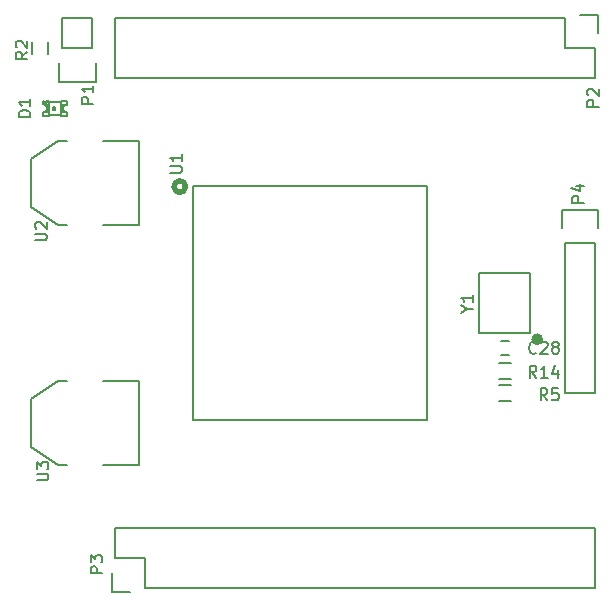
<source format=gbr>
G04 #@! TF.FileFunction,Legend,Top*
%FSLAX46Y46*%
G04 Gerber Fmt 4.6, Leading zero omitted, Abs format (unit mm)*
G04 Created by KiCad (PCBNEW (2015-05-28 BZR 5689)-product) date Wed Jul 29 02:52:55 2015*
%MOMM*%
G01*
G04 APERTURE LIST*
%ADD10C,0.100000*%
%ADD11C,0.150000*%
%ADD12C,0.500000*%
G04 APERTURE END LIST*
D10*
D11*
X228950000Y-61560000D02*
X228250000Y-61560000D01*
X228250000Y-60360000D02*
X228950000Y-60360000D01*
X190002160Y-40939720D02*
X190002160Y-41264840D01*
X190002160Y-41264840D02*
X189501780Y-41264840D01*
X189501780Y-40939720D02*
X189501780Y-41264840D01*
X190002160Y-40939720D02*
X189501780Y-40939720D01*
X190002160Y-40317420D02*
X190002160Y-40467280D01*
X190002160Y-40467280D02*
X189750700Y-40467280D01*
X189750700Y-40317420D02*
X189750700Y-40467280D01*
X190002160Y-40317420D02*
X189750700Y-40317420D01*
X190002160Y-40812720D02*
X190002160Y-40962580D01*
X190002160Y-40962580D02*
X189750700Y-40962580D01*
X189750700Y-40812720D02*
X189750700Y-40962580D01*
X190002160Y-40812720D02*
X189750700Y-40812720D01*
X190002160Y-40441880D02*
X190002160Y-40838120D01*
X190002160Y-40838120D02*
X189826900Y-40838120D01*
X189826900Y-40441880D02*
X189826900Y-40838120D01*
X190002160Y-40441880D02*
X189826900Y-40441880D01*
X191498220Y-40939720D02*
X191498220Y-41264840D01*
X191498220Y-41264840D02*
X190997840Y-41264840D01*
X190997840Y-40939720D02*
X190997840Y-41264840D01*
X191498220Y-40939720D02*
X190997840Y-40939720D01*
X191498220Y-40015160D02*
X191498220Y-40340280D01*
X191498220Y-40340280D02*
X190997840Y-40340280D01*
X190997840Y-40015160D02*
X190997840Y-40340280D01*
X191498220Y-40015160D02*
X190997840Y-40015160D01*
X191249300Y-40812720D02*
X191249300Y-40962580D01*
X191249300Y-40962580D02*
X190997840Y-40962580D01*
X190997840Y-40812720D02*
X190997840Y-40962580D01*
X191249300Y-40812720D02*
X190997840Y-40812720D01*
X191249300Y-40317420D02*
X191249300Y-40467280D01*
X191249300Y-40467280D02*
X190997840Y-40467280D01*
X190997840Y-40317420D02*
X190997840Y-40467280D01*
X191249300Y-40317420D02*
X190997840Y-40317420D01*
X191173100Y-40441880D02*
X191173100Y-40838120D01*
X191173100Y-40838120D02*
X190997840Y-40838120D01*
X190997840Y-40441880D02*
X190997840Y-40838120D01*
X191173100Y-40441880D02*
X190997840Y-40441880D01*
X190500000Y-40540940D02*
X190500000Y-40739060D01*
X190500000Y-40739060D02*
X190301880Y-40739060D01*
X190301880Y-40540940D02*
X190301880Y-40739060D01*
X190500000Y-40540940D02*
X190301880Y-40540940D01*
X190002160Y-40040560D02*
X190002160Y-40340280D01*
X190002160Y-40340280D02*
X189702440Y-40340280D01*
X189702440Y-40040560D02*
X189702440Y-40340280D01*
X190002160Y-40040560D02*
X189702440Y-40040560D01*
X189575440Y-40015160D02*
X189575440Y-40241220D01*
X189575440Y-40241220D02*
X189501780Y-40241220D01*
X189501780Y-40015160D02*
X189501780Y-40241220D01*
X189575440Y-40015160D02*
X189501780Y-40015160D01*
X189976760Y-41214040D02*
X191023240Y-41214040D01*
X190997840Y-40065960D02*
X189575440Y-40065960D01*
X189723482Y-40190420D02*
G75*
G03X189723482Y-40190420I-71842J0D01*
G01*
X189501780Y-40292020D02*
G75*
G02X189501780Y-40987980I0J-347980D01*
G01*
X191498220Y-40987980D02*
G75*
G02X191498220Y-40292020I0J347980D01*
G01*
X236220000Y-76200000D02*
X195580000Y-76200000D01*
X198120000Y-81280000D02*
X236220000Y-81280000D01*
X236220000Y-76200000D02*
X236220000Y-81280000D01*
X195580000Y-76200000D02*
X195580000Y-78740000D01*
X195300000Y-80010000D02*
X195300000Y-81560000D01*
X195580000Y-78740000D02*
X198120000Y-78740000D01*
X198120000Y-78740000D02*
X198120000Y-81280000D01*
X195300000Y-81560000D02*
X196850000Y-81560000D01*
X189905000Y-35060000D02*
X189905000Y-36060000D01*
X188555000Y-36060000D02*
X188555000Y-35060000D01*
X229100000Y-65445000D02*
X228100000Y-65445000D01*
X228100000Y-64095000D02*
X229100000Y-64095000D01*
X229100000Y-63540000D02*
X228100000Y-63540000D01*
X228100000Y-62190000D02*
X229100000Y-62190000D01*
D12*
X201551666Y-47269400D02*
G75*
G03X201551666Y-47269400I-485266J0D01*
G01*
D11*
X222002000Y-47250000D02*
X222002000Y-67050000D01*
X202190000Y-47238000D02*
X221990000Y-47238000D01*
X202190000Y-67050000D02*
X221990000Y-67050000D01*
X202190000Y-47250000D02*
X202190000Y-67050000D01*
X194564000Y-50546000D02*
X197612000Y-50546000D01*
X197612000Y-50546000D02*
X197612000Y-43434000D01*
X197612000Y-43434000D02*
X194564000Y-43434000D01*
X191516000Y-50546000D02*
X190754000Y-50546000D01*
X190754000Y-50546000D02*
X188468000Y-49022000D01*
X188468000Y-49022000D02*
X188468000Y-44958000D01*
X188468000Y-44958000D02*
X190754000Y-43434000D01*
X190754000Y-43434000D02*
X191516000Y-43434000D01*
X194564000Y-70866000D02*
X197612000Y-70866000D01*
X197612000Y-70866000D02*
X197612000Y-63754000D01*
X197612000Y-63754000D02*
X194564000Y-63754000D01*
X191516000Y-70866000D02*
X190754000Y-70866000D01*
X190754000Y-70866000D02*
X188468000Y-69342000D01*
X188468000Y-69342000D02*
X188468000Y-65278000D01*
X188468000Y-65278000D02*
X190754000Y-63754000D01*
X190754000Y-63754000D02*
X191516000Y-63754000D01*
D12*
X231584500Y-60198000D02*
G75*
G03X231584500Y-60198000I-254000J0D01*
G01*
D11*
X230251000Y-54610000D02*
X230759000Y-54610000D01*
X226695000Y-54610000D02*
X226441000Y-54610000D01*
X226695000Y-59690000D02*
X226441000Y-59690000D01*
X230759000Y-59690000D02*
X230251000Y-59690000D01*
X230759000Y-59690000D02*
X230759000Y-54610000D01*
X230251000Y-54610000D02*
X226695000Y-54610000D01*
X226441000Y-54610000D02*
X226441000Y-59690000D01*
X226695000Y-59690000D02*
X230251000Y-59690000D01*
X191135000Y-35560000D02*
X191135000Y-33020000D01*
X190855000Y-38380000D02*
X190855000Y-36830000D01*
X191135000Y-35560000D02*
X193675000Y-35560000D01*
X193955000Y-36830000D02*
X193955000Y-38380000D01*
X193955000Y-38380000D02*
X190855000Y-38380000D01*
X193675000Y-35560000D02*
X193675000Y-33020000D01*
X193675000Y-33020000D02*
X191135000Y-33020000D01*
X195580000Y-38100000D02*
X236220000Y-38100000D01*
X233680000Y-33020000D02*
X195580000Y-33020000D01*
X195580000Y-38100000D02*
X195580000Y-33020000D01*
X236220000Y-38100000D02*
X236220000Y-35560000D01*
X236500000Y-34290000D02*
X236500000Y-32740000D01*
X236220000Y-35560000D02*
X233680000Y-35560000D01*
X233680000Y-35560000D02*
X233680000Y-33020000D01*
X236500000Y-32740000D02*
X234950000Y-32740000D01*
X236220000Y-52070000D02*
X236220000Y-64770000D01*
X236220000Y-64770000D02*
X233680000Y-64770000D01*
X233680000Y-64770000D02*
X233680000Y-52070000D01*
X236500000Y-49250000D02*
X236500000Y-50800000D01*
X236220000Y-52070000D02*
X233680000Y-52070000D01*
X233400000Y-50800000D02*
X233400000Y-49250000D01*
X233400000Y-49250000D02*
X236500000Y-49250000D01*
X231259143Y-61317143D02*
X231211524Y-61364762D01*
X231068667Y-61412381D01*
X230973429Y-61412381D01*
X230830571Y-61364762D01*
X230735333Y-61269524D01*
X230687714Y-61174286D01*
X230640095Y-60983810D01*
X230640095Y-60840952D01*
X230687714Y-60650476D01*
X230735333Y-60555238D01*
X230830571Y-60460000D01*
X230973429Y-60412381D01*
X231068667Y-60412381D01*
X231211524Y-60460000D01*
X231259143Y-60507619D01*
X231640095Y-60507619D02*
X231687714Y-60460000D01*
X231782952Y-60412381D01*
X232021048Y-60412381D01*
X232116286Y-60460000D01*
X232163905Y-60507619D01*
X232211524Y-60602857D01*
X232211524Y-60698095D01*
X232163905Y-60840952D01*
X231592476Y-61412381D01*
X232211524Y-61412381D01*
X232782952Y-60840952D02*
X232687714Y-60793333D01*
X232640095Y-60745714D01*
X232592476Y-60650476D01*
X232592476Y-60602857D01*
X232640095Y-60507619D01*
X232687714Y-60460000D01*
X232782952Y-60412381D01*
X232973429Y-60412381D01*
X233068667Y-60460000D01*
X233116286Y-60507619D01*
X233163905Y-60602857D01*
X233163905Y-60650476D01*
X233116286Y-60745714D01*
X233068667Y-60793333D01*
X232973429Y-60840952D01*
X232782952Y-60840952D01*
X232687714Y-60888571D01*
X232640095Y-60936190D01*
X232592476Y-61031429D01*
X232592476Y-61221905D01*
X232640095Y-61317143D01*
X232687714Y-61364762D01*
X232782952Y-61412381D01*
X232973429Y-61412381D01*
X233068667Y-61364762D01*
X233116286Y-61317143D01*
X233163905Y-61221905D01*
X233163905Y-61031429D01*
X233116286Y-60936190D01*
X233068667Y-60888571D01*
X232973429Y-60840952D01*
X188412381Y-41378095D02*
X187412381Y-41378095D01*
X187412381Y-41140000D01*
X187460000Y-40997142D01*
X187555238Y-40901904D01*
X187650476Y-40854285D01*
X187840952Y-40806666D01*
X187983810Y-40806666D01*
X188174286Y-40854285D01*
X188269524Y-40901904D01*
X188364762Y-40997142D01*
X188412381Y-41140000D01*
X188412381Y-41378095D01*
X188412381Y-39854285D02*
X188412381Y-40425714D01*
X188412381Y-40140000D02*
X187412381Y-40140000D01*
X187555238Y-40235238D01*
X187650476Y-40330476D01*
X187698095Y-40425714D01*
X194508381Y-79986095D02*
X193508381Y-79986095D01*
X193508381Y-79605142D01*
X193556000Y-79509904D01*
X193603619Y-79462285D01*
X193698857Y-79414666D01*
X193841714Y-79414666D01*
X193936952Y-79462285D01*
X193984571Y-79509904D01*
X194032190Y-79605142D01*
X194032190Y-79986095D01*
X193508381Y-79081333D02*
X193508381Y-78462285D01*
X193889333Y-78795619D01*
X193889333Y-78652761D01*
X193936952Y-78557523D01*
X193984571Y-78509904D01*
X194079810Y-78462285D01*
X194317905Y-78462285D01*
X194413143Y-78509904D01*
X194460762Y-78557523D01*
X194508381Y-78652761D01*
X194508381Y-78938476D01*
X194460762Y-79033714D01*
X194413143Y-79081333D01*
X188158381Y-35853666D02*
X187682190Y-36187000D01*
X188158381Y-36425095D02*
X187158381Y-36425095D01*
X187158381Y-36044142D01*
X187206000Y-35948904D01*
X187253619Y-35901285D01*
X187348857Y-35853666D01*
X187491714Y-35853666D01*
X187586952Y-35901285D01*
X187634571Y-35948904D01*
X187682190Y-36044142D01*
X187682190Y-36425095D01*
X187253619Y-35472714D02*
X187206000Y-35425095D01*
X187158381Y-35329857D01*
X187158381Y-35091761D01*
X187206000Y-34996523D01*
X187253619Y-34948904D01*
X187348857Y-34901285D01*
X187444095Y-34901285D01*
X187586952Y-34948904D01*
X188158381Y-35520333D01*
X188158381Y-34901285D01*
X232192534Y-65349381D02*
X231859200Y-64873190D01*
X231621105Y-65349381D02*
X231621105Y-64349381D01*
X232002058Y-64349381D01*
X232097296Y-64397000D01*
X232144915Y-64444619D01*
X232192534Y-64539857D01*
X232192534Y-64682714D01*
X232144915Y-64777952D01*
X232097296Y-64825571D01*
X232002058Y-64873190D01*
X231621105Y-64873190D01*
X233097296Y-64349381D02*
X232621105Y-64349381D01*
X232573486Y-64825571D01*
X232621105Y-64777952D01*
X232716343Y-64730333D01*
X232954439Y-64730333D01*
X233049677Y-64777952D01*
X233097296Y-64825571D01*
X233144915Y-64920810D01*
X233144915Y-65158905D01*
X233097296Y-65254143D01*
X233049677Y-65301762D01*
X232954439Y-65349381D01*
X232716343Y-65349381D01*
X232621105Y-65301762D01*
X232573486Y-65254143D01*
X231259143Y-63444381D02*
X230925809Y-62968190D01*
X230687714Y-63444381D02*
X230687714Y-62444381D01*
X231068667Y-62444381D01*
X231163905Y-62492000D01*
X231211524Y-62539619D01*
X231259143Y-62634857D01*
X231259143Y-62777714D01*
X231211524Y-62872952D01*
X231163905Y-62920571D01*
X231068667Y-62968190D01*
X230687714Y-62968190D01*
X232211524Y-63444381D02*
X231640095Y-63444381D01*
X231925809Y-63444381D02*
X231925809Y-62444381D01*
X231830571Y-62587238D01*
X231735333Y-62682476D01*
X231640095Y-62730095D01*
X233068667Y-62777714D02*
X233068667Y-63444381D01*
X232830571Y-62396762D02*
X232592476Y-63111048D01*
X233211524Y-63111048D01*
X200239381Y-46100905D02*
X201048905Y-46100905D01*
X201144143Y-46053286D01*
X201191762Y-46005667D01*
X201239381Y-45910429D01*
X201239381Y-45719952D01*
X201191762Y-45624714D01*
X201144143Y-45577095D01*
X201048905Y-45529476D01*
X200239381Y-45529476D01*
X201239381Y-44529476D02*
X201239381Y-45100905D01*
X201239381Y-44815191D02*
X200239381Y-44815191D01*
X200382238Y-44910429D01*
X200477476Y-45005667D01*
X200525095Y-45100905D01*
X188809381Y-51815905D02*
X189618905Y-51815905D01*
X189714143Y-51768286D01*
X189761762Y-51720667D01*
X189809381Y-51625429D01*
X189809381Y-51434952D01*
X189761762Y-51339714D01*
X189714143Y-51292095D01*
X189618905Y-51244476D01*
X188809381Y-51244476D01*
X188904619Y-50815905D02*
X188857000Y-50768286D01*
X188809381Y-50673048D01*
X188809381Y-50434952D01*
X188857000Y-50339714D01*
X188904619Y-50292095D01*
X188999857Y-50244476D01*
X189095095Y-50244476D01*
X189237952Y-50292095D01*
X189809381Y-50863524D01*
X189809381Y-50244476D01*
X188936381Y-72135905D02*
X189745905Y-72135905D01*
X189841143Y-72088286D01*
X189888762Y-72040667D01*
X189936381Y-71945429D01*
X189936381Y-71754952D01*
X189888762Y-71659714D01*
X189841143Y-71612095D01*
X189745905Y-71564476D01*
X188936381Y-71564476D01*
X188936381Y-71183524D02*
X188936381Y-70564476D01*
X189317333Y-70897810D01*
X189317333Y-70754952D01*
X189364952Y-70659714D01*
X189412571Y-70612095D01*
X189507810Y-70564476D01*
X189745905Y-70564476D01*
X189841143Y-70612095D01*
X189888762Y-70659714D01*
X189936381Y-70754952D01*
X189936381Y-71040667D01*
X189888762Y-71135905D01*
X189841143Y-71183524D01*
X225401190Y-57626191D02*
X225877381Y-57626191D01*
X224877381Y-57959524D02*
X225401190Y-57626191D01*
X224877381Y-57292857D01*
X225877381Y-56435714D02*
X225877381Y-57007143D01*
X225877381Y-56721429D02*
X224877381Y-56721429D01*
X225020238Y-56816667D01*
X225115476Y-56911905D01*
X225163095Y-57007143D01*
X193746381Y-40235095D02*
X192746381Y-40235095D01*
X192746381Y-39854142D01*
X192794000Y-39758904D01*
X192841619Y-39711285D01*
X192936857Y-39663666D01*
X193079714Y-39663666D01*
X193174952Y-39711285D01*
X193222571Y-39758904D01*
X193270190Y-39854142D01*
X193270190Y-40235095D01*
X193746381Y-38711285D02*
X193746381Y-39282714D01*
X193746381Y-38997000D02*
X192746381Y-38997000D01*
X192889238Y-39092238D01*
X192984476Y-39187476D01*
X193032095Y-39282714D01*
X236545381Y-40489095D02*
X235545381Y-40489095D01*
X235545381Y-40108142D01*
X235593000Y-40012904D01*
X235640619Y-39965285D01*
X235735857Y-39917666D01*
X235878714Y-39917666D01*
X235973952Y-39965285D01*
X236021571Y-40012904D01*
X236069190Y-40108142D01*
X236069190Y-40489095D01*
X235640619Y-39536714D02*
X235593000Y-39489095D01*
X235545381Y-39393857D01*
X235545381Y-39155761D01*
X235593000Y-39060523D01*
X235640619Y-39012904D01*
X235735857Y-38965285D01*
X235831095Y-38965285D01*
X235973952Y-39012904D01*
X236545381Y-39584333D01*
X236545381Y-38965285D01*
X235275381Y-48617095D02*
X234275381Y-48617095D01*
X234275381Y-48236142D01*
X234323000Y-48140904D01*
X234370619Y-48093285D01*
X234465857Y-48045666D01*
X234608714Y-48045666D01*
X234703952Y-48093285D01*
X234751571Y-48140904D01*
X234799190Y-48236142D01*
X234799190Y-48617095D01*
X234608714Y-47188523D02*
X235275381Y-47188523D01*
X234227762Y-47426619D02*
X234942048Y-47664714D01*
X234942048Y-47045666D01*
M02*

</source>
